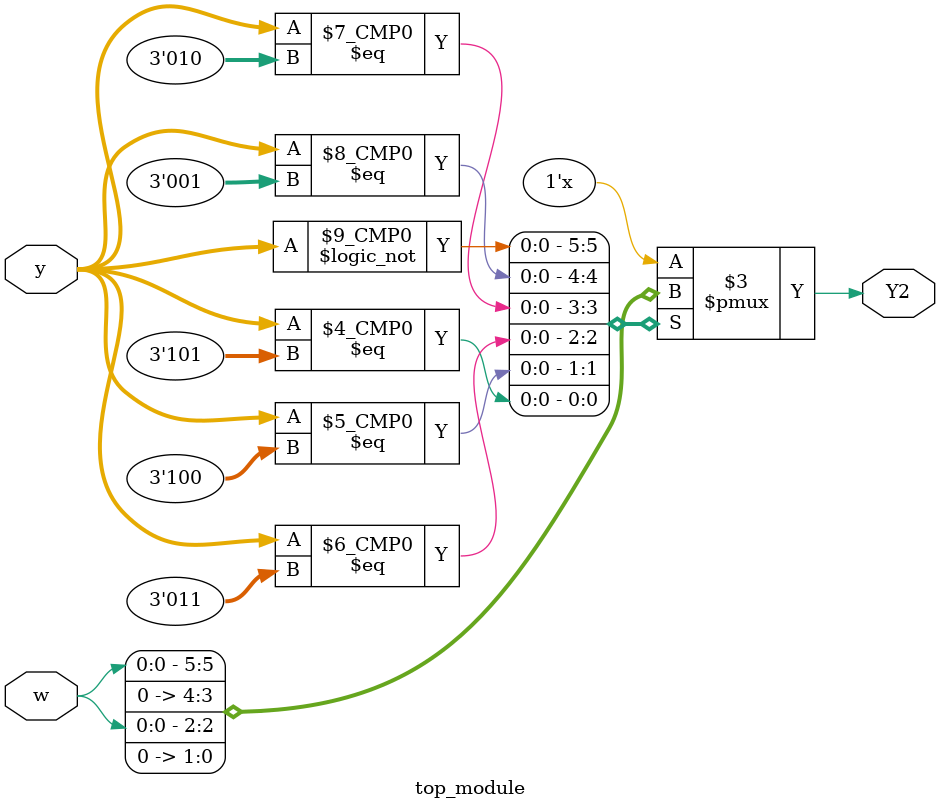
<source format=sv>
module top_module(
    input [3:1] y,
    input w,
    output reg Y2
);

always @(*) begin
    case (y)
        3'b000: Y2 = w;     // state A
        3'b001: Y2 = 1'b0;  // state B
        3'b010: Y2 = 1'b0;  // state C
        3'b011: Y2 = w;     // state D
        3'b100: Y2 = 1'b0;  // state E
        3'b101: Y2 = 1'b0;  // state F
        default: Y2 = 1'bx;
    endcase
end

endmodule

</source>
